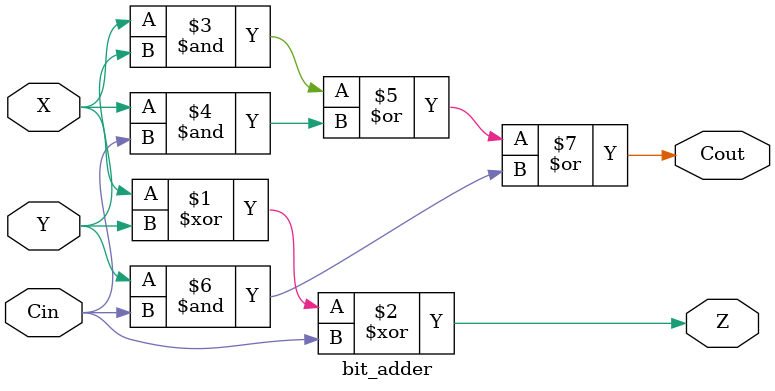
<source format=v>
`timescale 1ns / 1ps
`default_nettype none //helps catch typo-related bugs
module bit_adder(X, Y, Cin, Cout, Z);

	//parameter definitions

	//port definitions - customize for different bit widths
	input wire X, Y, Cin;
	output wire Cout, Z;
	
	//method body
	assign Z = X ^ Y ^ Cin;
	assign Cout = (X & Y) | (X & Cin) | (Y & Cin);

endmodule
`default_nettype wire //some Xilinx IP requires that the default_nettype be set to wire

</source>
